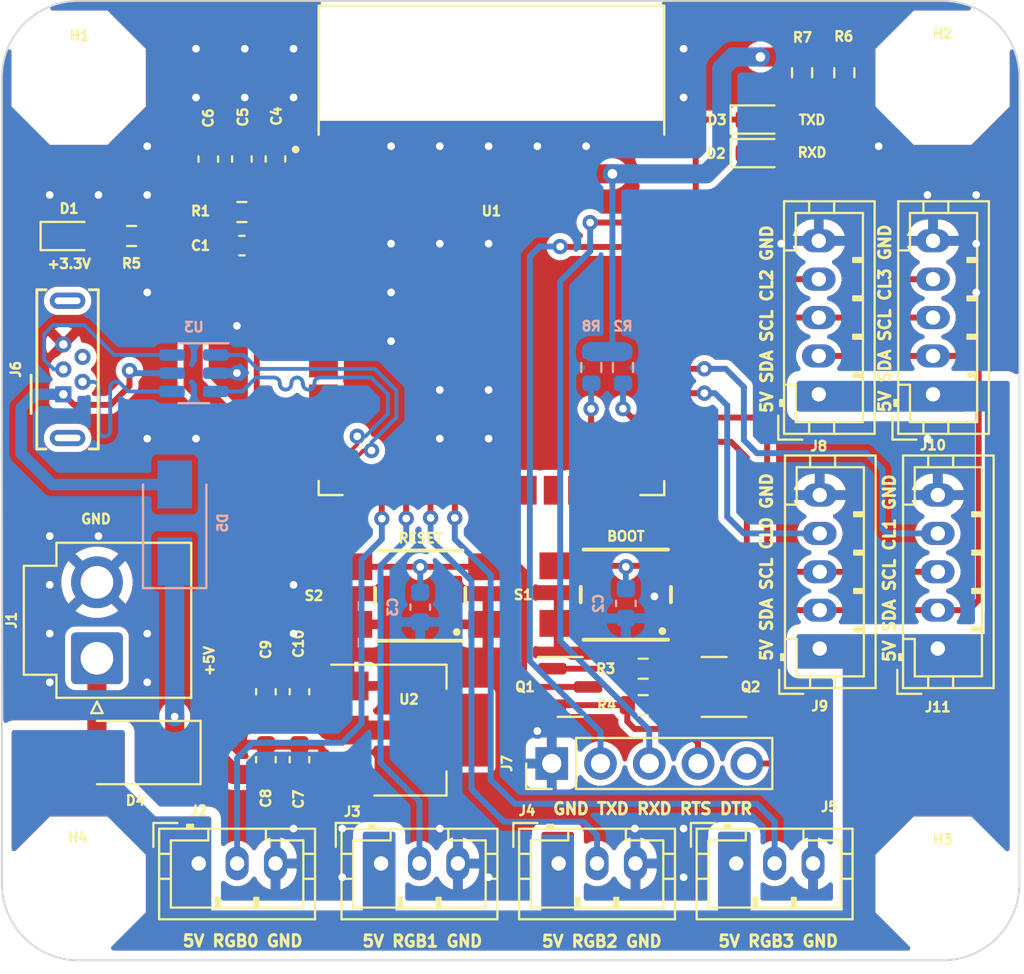
<source format=kicad_pcb>
(kicad_pcb (version 20211014) (generator pcbnew)
  (layers (0 "F.Cu" mixed) (31 "B.Cu" mixed) (34 "B.Paste" user) (35 "F.Paste" user) (36 "B.SilkS" user "B.Silkscreen") (37 "F.SilkS" user "F.Silkscreen") (38 "B.Mask" user) (39 "F.Mask" user) (44 "Edge.Cuts" user))
  (net 0 "")
  (net 1 "EN")
  (net 2 "GND")
  (net 3 "IO0")
  (net 4 "+3.3V")
  (net 5 "VBUS")
  (net 6 "Net-(D1-Pad2)")
  (net 7 "RXD")
  (net 8 "Net-(D2-Pad2)")
  (net 9 "TXD")
  (net 10 "Net-(D3-Pad2)")
  (net 11 "VCC")
  (net 12 "RGB0")
  (net 13 "D+")
  (net 14 "D-")
  (net 15 "RTS")
  (net 16 "DTR")
  (net 17 "SDA")
  (net 18 "SCL")
  (net 19 "CL0")
  (net 20 "CL1")
  (net 21 "CL2")
  (net 22 "CL3")
  (net 23 "Net-(Q1-Pad1)")
  (net 24 "Net-(Q2-Pad1)")
  (net 44 "RGB1")
  (net 45 "RGB2")
  (net 46 "RGB3")
  (net 49 "USB_D-")
  (net 50 "USB_D+")
  (net 51 "/Connector/VBUS_USB")
  (footprint "Capacitor_SMD:C_0603_1608Metric" (layer "F.Cu") (at 128.25 107.04 90)
    (fp_text reference "C8")
    (fp_text value "0.1uF")
  )
  (footprint "Connector_JST:JST_PH_B5B-PH-K_1x05_P2.00mm_Vertical" (layer "F.Cu") (at 163.25 101.25 90)
    (fp_text reference "J11")
    (fp_text value "Conn_01x05")
  )
  (footprint "Resistor_SMD:R_0603_1608Metric" (layer "F.Cu") (at 121.25 79.75 180)
    (fp_text reference "R5")
    (fp_text value "1K")
  )
  (footprint "Connector_JST:JST_PH_B5B-PH-K_1x05_P2.00mm_Vertical" (layer "F.Cu") (at 163 88 90)
    (fp_text reference "J10")
    (fp_text value "Conn_01x05")
  )
  (footprint "MountingHole:MountingHole_3.2mm_M3" (layer "F.Cu") (at 118.5 71.5)
    (fp_text reference "H1")
    (fp_text value "MountingHole")
  )
  (footprint "Capacitor_SMD:C_0603_1608Metric" (layer "F.Cu") (at 130 103.5 90)
    (fp_text reference "C10")
    (fp_text value "0.1uF")
  )
  (footprint "Package_TO_SOT_SMD:SOT-23" (layer "F.Cu") (at 144.1 103.25)
    (fp_text reference "Q1")
    (fp_text value "SI2302")
  )
  (footprint "Connector_JST:JST_PH_B3B-PH-K_1x03_P2.00mm_Vertical" (layer "F.Cu") (at 143.5 112.45)
    (fp_text reference "J4")
    (fp_text value "Conn_01x03")
  )
  (footprint "Connector_PinHeader_2.54mm:PinHeader_1x05_P2.54mm_Vertical" (layer "F.Cu") (at 143.14 107.24 90)
    (fp_text reference "J7")
    (fp_text value "Conn_01x05")
  )
  (footprint "Connector_JST:JST_PH_B5B-PH-K_1x05_P2.00mm_Vertical" (layer "F.Cu") (at 157.1 101.25 90)
    (fp_text reference "J9")
    (fp_text value "Conn_01x05")
  )
  (footprint "Diode_SMD:D_SMA" (layer "F.Cu") (at 121.45 106.67 180)
    (fp_text reference "D4")
    (fp_text value "SS34")
  )
  (footprint "Connector_JST:JST_PH_B3B-PH-K_1x03_P2.00mm_Vertical" (layer "F.Cu") (at 134.25 112.45)
    (fp_text reference "J3")
    (fp_text value "Conn_01x03")
  )
  (footprint "LED_SMD:LED_0603_1608Metric" (layer "F.Cu") (at 118 79.75)
    (fp_text reference "D1")
    (fp_text value "LED")
  )
  (footprint "Connector_JST:JST_PH_B3B-PH-K_1x03_P2.00mm_Vertical" (layer "F.Cu") (at 152.75 112.45)
    (fp_text reference "J5")
    (fp_text value "Conn_01x03")
  )
  (footprint "Capacitor_SMD:C_0603_1608Metric" (layer "F.Cu") (at 127 80.25 180)
    (fp_text reference "C1")
    (fp_text value "1uF")
  )
  (footprint "Resistor_SMD:R_0603_1608Metric" (layer "F.Cu") (at 147.9 102.3)
    (fp_text reference "R3")
    (fp_text value "10K")
  )
  (footprint "Connector_JST:JST_VH_B2P-VH-B_1x02_P3.96mm_Vertical" (layer "F.Cu") (at 119.45 101.7575 90)
    (fp_text reference "J1")
    (fp_text value "Conn_01x02")
  )
  (footprint "Connector_USB:USB_Micro-B_Wuerth_614105150721_Vertical" (layer "F.Cu") (at 117.7 88 90)
    (fp_text reference "J6")
    (fp_text value "USB_B_Micro")
  )
  (footprint "Resistor_SMD:R_0603_1608Metric" (layer "F.Cu") (at 158.38 71.24 -90)
    (fp_text reference "R6")
    (fp_text value "1K")
  )
  (footprint "Capacitor_SMD:C_0603_1608Metric" (layer "F.Cu") (at 125.25 75.74 90)
    (fp_text reference "C6")
    (fp_text value "22uF")
  )
  (footprint "LED_SMD:LED_0603_1608Metric" (layer "F.Cu") (at 153.9425 73.68)
    (fp_text reference "D3")
    (fp_text value "LED")
  )
  (footprint "ESP32-S3:ESP32S3WROOM1N8R8" (layer "F.Cu") (at 140 80.5)
    (fp_text reference "U1")
    (fp_text value "ESP32-S3-WROOM-1-N8R8")
  )
  (footprint "MountingHole:MountingHole_3.2mm_M3" (layer "F.Cu") (at 163.5 71.5)
    (fp_text reference "H2")
    (fp_text value "MountingHole")
  )
  (footprint "Resistor_SMD:R_0603_1608Metric" (layer "F.Cu") (at 127 78.5)
    (fp_text reference "R1")
    (fp_text value "10K")
  )
  (footprint "Capacitor_SMD:C_0603_1608Metric" (layer "F.Cu") (at 130 107.04 90)
    (fp_text reference "C7")
    (fp_text value "10uF")
  )
  (footprint "Resistor_SMD:R_0603_1608Metric" (layer "F.Cu") (at 156.18 71.24 -90)
    (fp_text reference "R7")
    (fp_text value "1K")
  )
  (footprint "Capacitor_SMD:C_0603_1608Metric" (layer "F.Cu") (at 128.75 75.735 90)
    (fp_text reference "C4")
    (fp_text value "0.1uF")
  )
  (footprint "Resistor_SMD:R_0603_1608Metric" (layer "F.Cu") (at 147.9 104.2 180)
    (fp_text reference "R4")
    (fp_text value "10K")
  )
  (footprint "Custom_Buttons:430181038816" (layer "F.Cu") (at 136.29 98.49 180)
    (property "VALUE" "")
    (fp_text reference "S2")
    (fp_text value "4x4mm_Switch")
  )
  (footprint "LED_SMD:LED_0603_1608Metric" (layer "F.Cu") (at 153.9425 75.43)
    (fp_text reference "D2")
    (fp_text value "LED")
  )
  (footprint "MountingHole:MountingHole_3.2mm_M3" (layer "F.Cu") (at 118.5 113.5)
    (fp_text reference "H4")
    (fp_text value "MountingHole")
  )
  (footprint "Connector_JST:JST_PH_B3B-PH-K_1x03_P2.00mm_Vertical" (layer "F.Cu") (at 124.75 112.45)
    (fp_text reference "J2")
    (fp_text value "Conn_01x03")
  )
  (footprint "Custom_Buttons:430181038816" (layer "F.Cu") (at 147 98.44 180)
    (property "VALUE" "")
    (fp_text reference "S1")
    (fp_text value "4x4mm_Switch")
  )
  (footprint "Capacitor_SMD:C_0603_1608Metric" (layer "F.Cu") (at 127 75.74 90)
    (fp_text reference "C5")
    (fp_text value "0.1uF")
  )
  (footprint "Package_TO_SOT_SMD:SOT-23" (layer "F.Cu") (at 151.6 103.25 180)
    (fp_text reference "Q2")
    (fp_text value "SI2302")
  )
  (footprint "Capacitor_SMD:C_0603_1608Metric" (layer "F.Cu") (at 128.25 103.5 90)
    (fp_text reference "C9")
    (fp_text value "10uF")
  )
  (footprint "MountingHole:MountingHole_3.2mm_M3" (layer "F.Cu") (at 163.5 113.5)
    (fp_text reference "H3")
    (fp_text value "MountingHole")
  )
  (footprint "Connector_JST:JST_PH_B5B-PH-K_1x05_P2.00mm_Vertical" (layer "F.Cu") (at 157.05 88 90)
    (fp_text reference "J8")
    (fp_text value "Conn_01x05")
  )
  (footprint "Package_TO_SOT_SMD:SOT-223-3_TabPin2" (layer "F.Cu") (at 135.75 105.5)
    (fp_text reference "U2")
    (fp_text value "AMS1117-3.3")
  )
  (footprint "Resistor_SMD:R_0603_1608Metric" (layer "B.Cu") (at 146.85 86.6 -90)
    (fp_text reference "R2")
    (fp_text value "10K")
  )
  (footprint "Package_TO_SOT_SMD:SOT-23-6" (layer "B.Cu") (at 124.5 86.9 180)
    (fp_text reference "U3")
    (fp_text value "USBLC6-2SC6")
  )
  (footprint "Capacitor_SMD:C_0603_1608Metric" (layer "B.Cu") (at 147 98.9 -90)
    (fp_text reference "C2")
    (fp_text value "0.1uF")
  )
  (footprint "Resistor_SMD:R_0603_1608Metric" (layer "B.Cu") (at 145.2 86.6 -90)
    (fp_text reference "R8")
    (fp_text value "10K")
  )
  (footprint "Capacitor_SMD:C_0603_1608Metric" (layer "B.Cu") (at 136.29 99.09 -90)
    (fp_text reference "C3")
    (fp_text value "0.1uF")
  )
  (footprint "Diode_SMD:D_SMA" (layer "B.Cu") (at 123.5 94.7 90)
    (fp_text reference "D5")
    (fp_text value "SS34")
  )
  (gr_arc (start 118.5 117.5) (mid 115.671573 116.328427) (end 114.5 113.5) (layer "Edge.Cuts") (width 0.1))
  (gr_arc (start 114.5 71.5) (mid 115.671573 68.671573) (end 118.5 67.5) (layer "Edge.Cuts") (width 0.1))
  (gr_line (start 114.5 113.5) (end 114.5 71.5) (layer "Edge.Cuts") (width 0.1))
  (gr_line (start 118.5 67.5) (end 163.5 67.5) (layer "Edge.Cuts") (width 0.1))
  (gr_arc (start 167.5 113.5) (mid 166.328427 116.328427) (end 163.5 117.5) (layer "Edge.Cuts") (width 0.1))
  (gr_line (start 167.5 71.5) (end 167.5 113.5) (layer "Edge.Cuts") (width 0.1))
  (gr_arc (start 163.5 67.5) (mid 166.328427 68.671573) (end 167.5 71.5) (layer "Edge.Cuts") (width 0.1))
  (gr_line (start 163.5 117.5) (end 118.5 117.5) (layer "Edge.Cuts") (width 0.1))
  (gr_text "GND TXD RXD RTS DTR" (at 148.4 109.6) (layer "F.SilkS") (effects (font (size 0.6 0.6))))
  (gr_text "GND" (at 119.4 94.5) (layer "F.SilkS") (effects (font (size 0.5 0.5) (thickness 0.125))))
  (gr_text "+5V" (at 125.3 101.9 90) (layer "F.SilkS") (effects (font (size 0.5 0.5) (thickness 0.125))))
  (gr_text "5V RGB2 GND" (at 145.75 116.51) (layer "F.SilkS") (effects (font (size 0.6 0.6))))
  (gr_text "5V RGB1 GND" (at 136.4 116.5) (layer "F.SilkS") (effects (font (size 0.6 0.6))))
  (gr_text "5V SDA SCL CL1 GND" (at 160.73 97.06 90) (layer "F.SilkS") (effects (font (size 0.6 0.6))))
  (gr_text "TXD" (at 156.7 73.7) (layer "F.SilkS") (effects (font (size 0.5 0.5) (thickness 0.125))))
  (gr_text "BOOT" (at 147 95.4) (layer "F.SilkS") (effects (font (size 0.5 0.5) (thickness 0.125))))
  (gr_text "5V SDA SCL CL2 GND" (at 154.34 84.08 90) (layer "F.SilkS") (effects (font (size 0.6 0.6))))
  (gr_text "5V SDA SCL CL0 GND" (at 154.33 97 90) (layer "F.SilkS") (effects (font (size 0.6 0.6))))
  (gr_text "+3.3V" (at 118 81.2) (layer "F.SilkS") (effects (font (size 0.5 0.5) (thickness 0.125))))
  (gr_text "5V RGB0 GND" (at 127.04 116.49) (layer "F.SilkS") (effects (font (size 0.6 0.6))))
  (gr_text "RESET" (at 136.3 95.5) (layer "F.SilkS") (effects (font (size 0.5 0.5) (thickness 0.125))))
  (gr_text "5V RGB3 GND" (at 154.94 116.5) (layer "F.SilkS") (effects (font (size 0.6 0.6))))
  (gr_text "RXD" (at 156.7 75.4) (layer "F.SilkS") (effects (font (size 0.5 0.5) (thickness 0.125))))
  (gr_text "5V SDA SCL CL3 GND" (at 160.49 84.04 90) (layer "F.SilkS") (effects (font (size 0.6 0.6))))
  (segment (start 141.7 97.22) (end 141.47 96.99) (width 0.31) (layer "F.Cu") (net 1))
  (segment (start 127.775 78.55) (end 127.825 78.5) (width 0.31) (layer "F.Cu") (net 1))
  (segment (start 141.47 96.99) (end 139.79 96.99) (width 0.31) (layer "F.Cu") (net 1))
  (segment (start 142.15 103.25) (end 141.7 102.8) (width 0.31) (layer "F.Cu") (net 1))
  (segment (start 132.79 96.99) (end 139.79 96.99) (width 0.31) (layer "F.Cu") (net 1))
  (segment (start 141.7 102.8) (end 141.7 97.22) (width 0.31) (layer "F.Cu") (net 1))
  (segment (start 127.775 80.25) (end 127.775 78.55) (width 0.31) (layer "F.Cu") (net 1))
  (segment (start 128.79 96.99) (end 132.79 96.99) (width 0.31) (layer "F.Cu") (net 1))
  (segment (start 129.5 77.78) (end 131.25 77.78) (width 0.31) (layer "F.Cu") (net 1))
  (segment (start 145.0375 103.25) (end 142.15 103.25) (width 0.31) (layer "F.Cu") (net 1))
  (segment (start 128.78 78.5) (end 129.5 77.78) (width 0.31) (layer "F.Cu") (net 1))
  (segment (start 127.775 95.975) (end 128.79 96.99) (width 0.31) (layer "F.Cu") (net 1))
  (segment (start 127.775 80.25) (end 127.775 95.975) (width 0.31) (layer "F.Cu") (net 1))
  (segment (start 127.825 78.5) (end 128.78 78.5) (width 0.31) (layer "F.Cu") (net 1))
  (via (at 136.29 96.99) (size 0.8) (drill 0.4) (layers "F.Cu" "B.Cu") (net 1))
  (segment (start 136.29 96.99) (end 136.29 98.315) (width 0.31) (layer "B.Cu") (net 1))
  (segment (start 126.74 84.43) (end 126.74 86.89) (width 0.31) (layer "F.Cu") (net 2))
  (via (at 124.61 72.53) (size 0.8) (drill 0.4) (layers "F.Cu" "B.Cu") (net 2))
  (via (at 139.85 80.15) (size 0.8) (drill 0.4) (layers "F.Cu" "B.Cu") (net 2))
  (via (at 116.99 97.93) (size 0.8) (drill 0.4) (layers "F.Cu" "B.Cu") (net 2))
  (via (at 122.07 77.61) (size 0.8) (drill 0.4) (layers "F.Cu" "B.Cu") (net 2))
  (via (at 126.74 86.89) (size 0.8) (drill 0.4) (layers "F.Cu" "B.Cu") (net 2))
  (via (at 147.47 110.63) (size 0.8) (drill 0.4) (layers "F.Cu" "B.Cu") (net 2))
  (via (at 139.85 90.31) (size 0.8) (drill 0.4) (layers "F.Cu" "B.Cu") (net 2))
  (via (at 144.93 75.07) (size 0.8) (drill 0.4) (layers "F.Cu" "B.Cu") (net 2))
  (via (at 116.99 77.61) (size 0.8) (drill 0.4) (layers "F.Cu" "B.Cu") (net 2))
  (via (at 150.01 69.99) (size 0.8) (drill 0.4) (layers "F.Cu" "B.Cu") (net 2))
  (via (at 165.25 82.69) (size 0.8) (drill 0.4) (layers "F.Cu" "B.Cu") (net 2))
  (via (at 162.71 90.31) (size 0.8) (drill 0.4) (layers "F.Cu" "B.Cu") (net 2))
  (via (at 126.74 84.43) (size 0.8) (drill 0.4) (layers "F.Cu" "B.Cu") (net 2))
  (via (at 122.07 75.07) (size 0.8) (drill 0.4) (layers "F.Cu" "B.Cu") (net 2))
  (via (at 116.99 100.47) (size 0.8) (drill 0.4) (layers "F.Cu" "B.Cu") (net 2))
  (via (at 165.25 77.61) (size 0.8) (drill 0.4) (layers "F.Cu" "B.Cu") (net 2))
  (via (at 116.99 95.39) (size 0.8) (drill 0.4) (layers "F.Cu" "B.Cu") (net 2))
  (via (at 127.15 72.53) (size 0.8) (drill 0.4) (layers "F.Cu" "B.Cu") (net 2))
  (via (at 137.31 90.31) (size 0.8) (drill 0.4) (layers "F.Cu" "B.Cu") (net 2))
  (via (at 148.49 98.53) (size 0.8) (drill 0.4) (layers "F.Cu" "B.Cu") (net 2))
  (via (at 116.99 103.01) (size 0.8) (drill 0.4) (layers "F.Cu" "B.Cu") (net 2))
  (via (at 132.23 110.63) (size 0.8) (drill 0.4) (layers "F.Cu" "B.Cu") (net 2))
  (via (at 122.07 90.31) (size 0.8) (drill 0.4) (layers "F.Cu" "B.Cu") (net 2))
  (via (at 119.53 77.61) (size 0.8) (drill 0.4) (layers "F.Cu" "B.Cu") (net 2))
  (via (at 137.31 80.15) (size 0.8) (drill 0.4) (layers "F.Cu" "B.Cu") (net 2))
  (via (at 132.23 113.17) (size 0.8) (drill 0.4) (layers "F.Cu" "B.Cu") (net 2))
  (via (at 139.85 113.17) (size 0.8) (drill 0.4) (layers "F.Cu" "B.Cu") (net 2))
  (via (at 129.69 110.63) (size 0.8) (drill 0.4) (layers "F.Cu" "B.Cu") (net 2))
  (via (at 119.53 95.39) (size 0.8) (drill 0.4) (layers "F.Cu" "B.Cu") (net 2))
  (via (at 137.31 75.07) (size 0.8) (drill 0.4) (layers "F.Cu" "B.Cu") (net 2))
  (via (at 124.61 90.31) (size 0.8) (drill 0.4) (layers "F.Cu" "B.Cu") (net 2))
  (via (at 134.77 85.23) (size 0.8) (drill 0.4) (layers "F.Cu" "B.Cu") (net 2))
  (via (at 139.85 75.07) (size 0.8) (drill 0.4) (layers "F.Cu" "B.Cu") (net 2))
  (via (at 129.69 69.99) (size 0.8) (drill 0.4) (layers "F.Cu" "B.Cu") (net 2))
  (via (at 162.71 77.61) (size 0.8) (drill 0.4) (layers "F.Cu" "B.Cu") (net 2))
  (via (at 124.61 69.99) (size 0.8) (drill 0.4) (layers "F.Cu" "B.Cu") (net 2))
  (via (at 150.01 110.63) (size 0.8) (drill 0.4) (layers "F.Cu" "B.Cu") (net 2))
  (via (at 160.17 75.07) (size 0.8) (drill 0.4) (layers "F.Cu" "B.Cu") (net 2))
  (via (at 142.39 75.07) (size 0.8) (drill 0.4) (layers "F.Cu" "B.Cu") (net 2))
  (via (at 155.09 80.15) (size 0.8) (drill 0.4) (layers "F.Cu" "B.Cu") (net 2))
  (via (at 150.01 72.53) (size 0.8) (drill 0.4) (layers "F.Cu" "B.Cu") (net 2))
  (via (at 122.07 100.47) (size 0.8) (drill 0.4) (layers "F.Cu" "B.Cu") (net 2))
  (via (at 165.25 80.15) (size 0.8) (drill 0.4) (layers "F.Cu" "B.Cu") (net 2))
  (via (at 134.77 82.69) (size 0.8) (drill 0.4) (layers "F.Cu" "B.Cu") (net 2))
  (via (at 137.31 87.77) (size 0.8) (drill 0.4) (layers "F.Cu" "B.Cu") (net 2))
  (via (at 142.39 105.55) (size 0.8) (drill 0.4) (layers "F.Cu" "B.Cu") (net 2))
  (via (at 127.15 69.99) (size 0.8) (drill 0.4) (layers "F.Cu" "B.Cu") (net 2))
  (via (at 134.77 75.07) (size 0.8) (drill 0.4) (layers "F.Cu" "B.Cu") (net 2))
  (via (at 129.69 72.53) (size 0.8) (drill 0.4) (layers "F.Cu" "B.Cu") (net 2))
  (via (at 129.69 97.93) (size 0.8) (drill 0.4) (layers "F.Cu" "B.Cu") (net 2))
  (via (at 137.31 110.63) (size 0.8) (drill 0.4) (layers "F.Cu" "B.Cu") (net 2))
  (via (at 150.01 113.17) (size 0.8) (drill 0.4) (layers "F.Cu" "B.Cu") (net 2))
  (via (at 122.07 103.01) (size 0.8) (drill 0.4) (layers "F.Cu" "B.Cu") (net 2))
  (via (at 134.77 80.15) (size 0.8) (drill 0.4) (layers "F.Cu" "B.Cu") (net 2))
  (via (at 139.85 87.77) (size 0.8) (drill 0.4) (layers "F.Cu" "B.Cu") (net 2))
  (via (at 129.69 100.47) (size 0.8) (drill 0.4) (layers "F.Cu" "B.Cu") (net 2))
  (via (at 122.07 82.69) (size 0.8) (drill 0.4) (layers "F.Cu" "B.Cu") (net 2))
  (segment (start 126.73 86.9) (end 126.74 86.89) (width 0.31) (layer "B.Cu") (net 2))
  (segment (start 125.6375 86.9) (end 126.73 86.9) (width 0.31) (layer "B.Cu") (net 2))
  (segment (start 150.5 94.89) (end 150.5 96.94) (width 0.31) (layer "F.Cu") (net 3))
  (segment (start 148.75 93.14) (end 150.5 94.89) (width 0.31) (layer "F.Cu") (net 3))
  (segment (start 152.4 97.3) (end 152.4 102.1625) (width 0.31) (layer "F.Cu") (net 3))
  (segment (start 148.75 91.75) (end 148.75 93.14) (width 0.31) (layer "F.Cu") (net 3))
  (segment (start 150.5 96.94) (end 152.04 96.94) (width 0.31) (layer "F.Cu") (net 3))
  (segment (start 143.5 96.94) (end 150.5 96.94) (width 0.31) (layer "F.Cu") (net 3))
  (segment (start 152.04 96.94) (end 152.4 97.3) (width 0.31) (layer "F.Cu") (net 3))
  (via (at 147 96.99) (size 0.8) (drill 0.4) (layers "F.Cu" "B.Cu") (net 3))
  (segment (start 147 96.99) (end 147 98.125) (width 0.31) (layer "B.Cu") (net 3))
  (segment (start 127.005 76.51) (end 127 76.515) (width 1) (layer "F.Cu") (net 4))
  (segment (start 128.75 76.51) (end 127.005 76.51) (width 1) (layer "F.Cu") (net 4))
  (segment (start 130.265 104.275) (end 131.49 105.5) (width 1) (layer "F.Cu") (net 4))
  (segment (start 124.17 79.75) (end 124.46 80.04) (width 1) (layer "F.Cu") (net 4))
  (segment (start 131.25 76.51) (end 128.75 76.51) (width 1) (layer "F.Cu") (net 4))
  (segment (start 124.46 79.14) (end 124.46 80.04) (width 1) (layer "F.Cu") (net 4))
  (segment (start 128.245 104.27) (end 128.25 104.275) (width 1) (layer "F.Cu") (net 4))
  (segment (start 126.175 76.725) (end 126.385 76.515) (width 1) (layer "F.Cu") (net 4))
  (segment (start 124.46 87.44) (end 126.14 89.12) (width 1) (layer "F.Cu") (net 4))
  (segment (start 126.175 78.5) (end 126.175 76.725) (width 1) (layer "F.Cu") (net 4))
  (segment (start 130 104.275) (end 130.265 104.275) (width 1) (layer "F.Cu") (net 4))
  (segment (start 124.46 80.04) (end 124.46 87.44) (width 1) (layer "F.Cu") (net 4))
  (segment (start 126.175 78.5) (end 125.1 78.5) (width 1) (layer "F.Cu") (net 4))
  (segment (start 131.25 76.51) (end 146.3 76.51) (width 1) (layer "F.Cu") (net 4))
  (segment (start 126.14 103.49) (end 126.92 104.27) (width 1) (layer "F.Cu") (net 4))
  (segment (start 156.18 70.415) (end 158.38 70.415) (width 1) (layer "F.Cu") (net 4))
  (segment (start 132.6 105.5) (end 138.9 105.5) (width 1) (layer "F.Cu") (net 4))
  (segment (start 126.92 104.27) (end 128.245 104.27) (width 1) (layer "F.Cu") (net 4))
  (segment (start 126.385 76.515) (end 125.25 76.515) (width 1) (layer "F.Cu") (net 4))
  (segment (start 131.49 105.5) (end 132.6 105.5) (width 1) (layer "F.Cu") (net 4))
  (segment (start 130 104.275) (end 128.25 104.275) (width 1) (layer "F.Cu") (net 4))
  (segment (start 126.14 89.12) (end 126.14 103.49) (width 1) (layer "F.Cu") (net 4))
  (segment (start 122.075 79.75) (end 124.17 79.75) (width 1) (layer "F.Cu") (net 4))
  (segment (start 154.01 70.42) (end 156.175 70.42) (width 1) (layer "F.Cu") (net 4))
  (segment (start 125.1 78.5) (end 124.46 79.14) (width 1) (layer "F.Cu") (net 4))
  (segment (start 156.175 70.42) (end 156.18 70.415) (width 1) (layer "F.Cu") (net 4))
  (segment (start 127 76.515) (end 126.385 76.515) (width 1) (layer "F.Cu") (net 4))
  (via (at 154.01 70.42) (size 1) (drill 0.5) (layers "F.Cu" "B.Cu") (net 4))
  (via (at 146.3 76.51) (size 1) (drill 0.5) (layers "F.Cu" "B.Cu") (net 4))
  (segment (start 146.3 76.51) (end 151.18 76.51) (width 1) (layer "B.Cu") (net 4))
  (segment (start 146.065 85.775) (end 146.3 85.54) (width 0.31) (layer "B.Cu") (net 4))
  (segment (start 152 75.69) (end 152 71.01) (width 1) (layer "B.Cu") (net 4))
  (segment (start 151.18 76.51) (end 152 75.69) (width 1) (layer "B.Cu") (net 4))
  (segment (start 146.3 85.54) (end 146.3 76.51) (width 0.31) (layer "B.Cu") (net 4))
  (segment (start 152 71.01) (end 152.59 70.42) (width 1) (layer "B.Cu") (net 4))
  (segment (start 146.065 85.775) (end 145.2 85.775) (width 1) (layer "B.Cu") (net 4))
  (segment (start 146.85 85.775) (end 146.065 85.775) (width 1) (layer "B.Cu") (net 4))
  (segment (start 152.59 70.42) (end 154.01 70.42) (width 1) (layer "B.Cu") (net 4))
  (segment (start 126.585 107.815) (end 128.25 107.815) (width 1) (layer "F.Cu") (net 5))
  (segment (start 123.45 106.67) (end 125.44 106.67) (width 1) (layer "F.Cu") (net 5))
  (segment (start 130 107.815) (end 132.585 107.815) (width 1) (layer "F.Cu") (net 5))
  (segment (start 132.585 107.815) (end 132.6 107.8) (width 1) (layer "F.Cu") (net 5))
  (segment (start 128.25 107.815) (end 130 107.815) (width 1) (layer "F.Cu") (net 5))
  (segment (start 123.5 104.8) (end 123.5 106.62) (width 1) (layer "F.Cu") (net 5))
  (segment (start 123.5 106.62) (end 123.45 106.67) (width 1) (layer "F.Cu") (net 5))
  (segment (start 125.44 106.67) (end 126.585 107.815) (width 1) (layer "F.Cu") (net 5))
  (via (at 123.5 104.8) (size 0.8) (drill 0.4) (layers "F.Cu" "B.Cu") (net 5))
  (segment (start 123.5 96.7) (end 123.5 104.8) (width 1) (layer "B.Cu") (net 5))
  (segment (start 118.7875 79.75) (end 120.425 79.75) (width 0.31) (layer "F.Cu") (net 6))
  (segment (start 150.06 79.05) (end 150.64 78.47) (width 0.31) (layer "F.Cu") (net 7))
  (segment (start 151.17 73.68) (end 153.155 73.68) (width 0.31) (layer "F.Cu") (net 7))
  (segment (start 148.75 79.05) (end 150.06 79.05) (width 0.31) (layer "F.Cu") (net 7))
  (segment (start 150.64 78.47) (end 150.64 74.21) (width 0.31) (layer "F.Cu") (net 7))
  (segment (start 148.75 79.05) (end 145.14 79.05) (width 0.31) (layer "F.Cu") (net 7))
  (segment (start 150.64 74.21) (end 151.17 73.68) (width 0.31) (layer "F.Cu") (net 7))
  (via (at 145.14 79.05) (size 0.8) (drill 0.4) (layers "F.Cu" "B.Cu") (net 7))
  (segment (start 143.58 82.11) (end 143.58 100.85) (width 0.31) (layer "B.Cu") (net 7))
  (segment (start 145.14 79.05) (end 145.14 80.55) (width 0.31) (layer "B.Cu") (net 7))
  (segment (start 148.22 105.49) (end 148.22 107.24) (width 0.31) (layer "B.Cu") (net 7))
  (segment (start 143.58 100.85) (end 148.22 105.49) (width 0.31) (layer "B.Cu") (net 7))
  (segment (start 145.14 80.55) (end 143.58 82.11) (width 0.31) (layer "B.Cu") (net 7))
  (segment (start 154.73 75.43) (end 157.37 75.43) (width 0.31) (layer "F.Cu") (net 8))
  (segment (start 157.37 75.43) (end 158.38 74.42) (width 0.31) (layer "F.Cu") (net 8))
  (segment (start 158.38 74.42) (end 158.38 72.065) (width 0.31) (layer "F.Cu") (net 8))
  (segment (start 148.75 80.32) (end 151.2 80.32) (width 0.31) (layer "F.Cu") (net 9))
  (segment (start 151.54 79.98) (end 151.54 78.53) (width 0.31) (layer "F.Cu") (net 9))
  (segment (start 143.58 80.3) (end 143.6 80.32) (width 0.31) (layer "F.Cu") (net 9))
  (segment (start 151.54 78.53) (end 153.155 76.915) (width 0.31) (layer "F.Cu") (net 9))
  (segment (start 151.2 80.32) (end 151.54 79.98) (width 0.31) (layer "F.Cu") (net 9))
  (segment (start 153.155 76.915) (end 153.155 75.43) (width 0.31) (layer "F.Cu") (net 9))
  (segment (start 143.6 80.32) (end 148.75 80.32) (width 0.31) (layer "F.Cu") (net 9))
  (via (at 143.58 80.3) (size 0.8) (drill 0.4) (layers "F.Cu" "B.Cu") (net 9))
  (segment (start 142.51 80.3) (end 142 80.81) (width 0.31) (layer "B.Cu") (net 9))
  (segment (start 145.68 105.58) (end 145.68 107.24) (width 0.31) (layer "B.Cu") (net 9))
  (segment (start 142 80.81) (end 142 101.9) (width 0.31) (layer "B.Cu") (net 9))
  (segment (start 143.58 80.3) (end 142.51 80.3) (width 0.31) (layer "B.Cu") (net 9))
  (segment (start 142 101.9) (end 145.68 105.58) (width 0.31) (layer "B.Cu") (net 9))
  (segment (start 155.81 73.68) (end 156.18 73.31) (width 0.31) (layer "F.Cu") (net 10))
  (segment (start 156.18 73.31) (end 156.18 72.065) (width 0.31) (layer "F.Cu") (net 10))
  (segment (start 154.73 73.68) (end 155.81 73.68) (width 0.31) (layer "F.Cu") (net 10))
  (segment (start 119.45 101.7575) (end 119.45 106.67) (width 1) (layer "F.Cu") (net 11))
  (segment (start 134.285 93) (end 134.285 94.475) (width 0.31) (layer "F.Cu") (net 12))
  (segment (start 134.285 94.475) (end 134.29 94.48) (width 0.31) (layer "F.Cu") (net 12))
  (via (at 134.29 94.48) (size 0.8) (drill 0.4) (layers "F.Cu" "B.Cu") (net 12))
  (segment (start 133.23 96.61) (end 133.23 105.16) (width 0.31) (layer "B.Cu") (net 12))
  (segment (start 134.29 94.48) (end 134.29 95.55) (width 0.31) (layer "B.Cu") (net 12))
  (segment (start 133.23 105.16) (end 132.23 106.16) (width 0.31) (layer "B.Cu") (net 12))
  (segment (start 127.55 106.16) (end 126.75 106.96) (width 0.31) (layer "B.Cu") (net 12))
  (segment (start 134.29 95.55) (end 133.23 96.61) (width 0.31) (layer "B.Cu") (net 12))
  (segment (start 132.23 106.16) (end 127.55 106.16) (width 0.31) (layer "B.Cu") (net 12))
  (segment (start 126.75 106.96) (end 126.75 112.45) (width 0.31) (layer "B.Cu") (net 12))
  (segment (start 117.2 86.7) (end 116.7 86.2) (width 0.2) (layer "B.Cu") (net 13))
  (segment (start 120.35 85.95) (end 123.3625 85.95) (width 0.2) (layer "B.Cu") (net 13))
  (segment (start 118.8 84.4) (end 120.35 85.95) (width 0.2) (layer "B.Cu") (net 13))
  (segment (start 117.7 86.7) (end 117.2 86.7) (width 0.2) (layer "B.Cu") (net 13))
  (segment (start 117.163101 84.4) (end 118.8 84.4) (width 0.2) (layer "B.Cu") (net 13))
  (segment (start 116.7 86.2) (end 116.7 84.863101) (width 0.2) (layer "B.Cu") (net 13))
  (segment (start 116.7 84.863101) (end 117.163101 84.4) (width 0.2) (layer "B.Cu") (net 13))
  (segment (start 119.54 87.65) (end 119.54 89.8929) (width 0.2) (layer "B.Cu") (net 14))
  (segment (start 118.7 87.35) (end 119.24 87.35) (width 0.2) (layer "B.Cu") (net 14))
  (segment (start 120.3809 87.352882) (end 120.592882 87.352882) (width 0.2) (layer "B.Cu") (net 14))
  (segment (start 120.592882 87.352882) (end 121.09 87.85) (width 0.2) (layer "B.Cu") (net 14))
  (segment (start 120.14 89.8929) (end 120.14 87.65) (width 0.2) (layer "B.Cu") (net 14))
  (segment (start 121.09 87.85) (end 123.3625 87.85) (width 0.2) (layer "B.Cu") (net 14))
  (arc (start 119.84 90.1929) (mid 120.052132 90.105032) (end 120.14 89.8929) (width 0.2) (layer "B.Cu") (net 14))
  (arc (start 120.14 87.65) (mid 120.208097 87.459682) (end 120.3809 87.352882) (width 0.2) (layer "B.Cu") (net 14))
  (arc (start 119.24 87.35) (mid 119.452132 87.437868) (end 119.54 87.65) (width 0.2) (layer "B.Cu") (net 14))
  (arc (start 119.54 89.8929) (mid 119.627868 90.105032) (end 119.84 90.1929) (width 0.2) (layer "B.Cu") (net 14))
  (segment (start 150.02 105.44) (end 150.76 106.18) (width 0.31) (layer "F.Cu") (net 15))
  (segment (start 147.075 105.055) (end 147.46 105.44) (width 0.31) (layer "F.Cu") (net 15))
  (segment (start 147.075 104.2) (end 147.075 105.055) (width 0.31) (layer "F.Cu") (net 15))
  (segment (start 147.46 105.44) (end 150.02 105.44) (width 0.31) (layer "F.Cu") (net 15))
  (segment (start 143.1625 104.2) (end 147.075 104.2) (width 0.31) (layer "F.Cu") (net 15))
  (segment (start 150.76 106.18) (end 150.76 107.24) (width 0.31) (layer "F.Cu") (net 15))
  (segment (start 155 104) (end 155 106.9) (width 0.31) (layer "F.Cu") (net 16))
  (segment (start 154.66 107.24) (end 153.3 107.24) (width 0.31) (layer "F.Cu") (net 16))
  (segment (start 150.2 102.3) (end 150.6625 102.7625) (width 0.31) (layer "F.Cu") (net 16))
  (segment (start 150.6625 103.25) (end 154.25 103.25) (width 0.31) (layer "F.Cu") (net 16))
  (segment (start 148.725 102.3) (end 150.2 102.3) (width 0.31) (layer "F.Cu") (net 16))
  (segment (start 154.25 103.25) (end 155 104) (width 0.31) (layer "F.Cu") (net 16))
  (segment (start 150.6625 102.7625) (end 150.6625 103.25) (width 0.31) (layer "F.Cu") (net 16))
  (segment (start 155 106.9) (end 154.66 107.24) (width 0.31) (layer "F.Cu") (net 16))
  (segment (start 164.8 86) (end 165.38 86.58) (width 0.31) (layer "F.Cu") (net 17))
  (segment (start 153.3 91.3) (end 152.48 90.48) (width 0.31) (layer "F.Cu") (net 17))
  (segment (start 165.38 98.73) (end 164.86 99.25) (width 0.31) (layer "F.Cu") (net 17))
  (segment (start 152.48 90.48) (end 148.75 90.48) (width 0.31) (layer "F.Cu") (net 17))
  (segment (start 154.35 99.25) (end 153.3 98.2) (width 0.31) (layer "F.Cu") (net 17))
  (segment (start 148.75 90.48) (end 146.18 90.48) (width 0.31) (layer "F.Cu") (net 17))
  (segment (start 164.86 99.25) (end 163.25 99.25) (width 0.31) (layer "F.Cu") (net 17))
  (segment (start 163 86) (end 164.8 86) (width 0.31) (layer "F.Cu") (net 17))
  (segment (start 163 86) (end 157.05 86) (width 0.31) (layer "F.Cu") (net 17))
  (segment (start 146.18 90.48) (end 145.27 89.57) (width 0.31) (layer "F.Cu") (net 17))
  (segment (start 145.19 89.49) (end 145.19 88.76) (width 0.31) (layer "F.Cu") (net 17))
  (segment (start 145.27 89.57) (end 145.19 89.49) (width 0.31) (layer "F.Cu") (net 17))
  (segment (start 157.1 99.25) (end 154.35 99.25) (width 0.31) (layer "F.Cu") (net 17))
  (segment (start 157.1 99.25) (end 163.25 99.25) (width 0.31) (layer "F.Cu") (net 17))
  (segment (start 153.3 98.2) (end 153.3 91.3) (width 0.31) (layer "F.Cu") (net 17))
  (segment (start 165.38 86.58) (end 165.38 98.73) (width 0.31) (layer "F.Cu") (net 17))
  (via (at 145.19 88.76) (size 0.8) (drill 0.4) (layers "F.Cu" "B.Cu") (net 17))
  (segment (start 145.19 88.76) (end 145.19 87.435) (width 0.31) (layer "B.Cu") (net 17))
  (segment (start 145.19 87.435) (end 145.2 87.425) (width 0.31) (layer "B.Cu") (net 17))
  (segment (start 148.75 89.21) (end 154.36 89.21) (width 0.31) (layer "F.Cu") (net 18))
  (segment (start 163 84) (end 157.05 84) (width 0.31) (layer "F.Cu") (net 18))
  (segment (start 147.31 89.21) (end 148.75 89.21) (width 0.31) (layer "F.Cu") (net 18))
  (segment (start 154.85 97.25) (end 157.1 97.25) (width 0.31) (layer "F.Cu") (net 18))
  (segment (start 146.85 88.75) (end 147.31 89.21) (width 0.31) (layer "F.Cu") (net 18))
  (segment (start 155.12 84) (end 157.05 84) (width 0.31) (layer "F.Cu") (net 18))
  (segment (start 154.36 96.76) (end 154.85 97.25) (width 0.31) (layer "F.Cu") (net 18))
  (segment (start 154.36 90.36) (end 154.36 84.76) (width 0.31) (layer "F.Cu") (net 18))
  (segment (start 154.36 90.36) (end 154.36 96.76) (width 0.31) (layer "F.Cu") (net 18))
  (segment (start 157.1 97.25) (end 163.25 97.25) (width 0.31) (layer "F.Cu") (net 18))
  (segment (start 154.36 84.76) (end 155.12 84) (width 0.31) (layer "F.Cu") (net 18))
  (via (at 146.85 88.75) (size 0.8) (drill 0.4) (layers "F.Cu" "B.Cu") (net 18))
  (segment (start 146.85 87.425) (end 146.85 88.75) (width 0.31) (layer "B.Cu") (net 18))
  (segment (start 148.75 87.94) (end 151.09 87.94) (width 0.31) (layer "F.Cu") (net 19))
  (via (at 151.09 87.94) (size 0.8) (drill 0.4) (layers "F.Cu" "B.Cu") (net 19))
  (segment (start 152.28 94.38) (end 153.15 95.25) (width 0.31) (layer "B.Cu") (net 19))
  (segment (start 151.09 87.94) (end 151.64 87.94) (width 0.31) (layer "B.Cu") (net 19))
  (segment (start 152.28 88.58) (end 152.28 94.38) (width 0.31) (layer "B.Cu") (net 19))
  (segment (start 151.64 87.94) (end 152.28 88.58) (width 0.31) (layer "B.Cu") (net 19))
  (segment (start 153.15 95.25) (end 157.1 95.25) (width 0.31) (layer "B.Cu") (net 19))
  (segment (start 148.75 86.67) (end 151.09 86.67) (width 0.31) (layer "F.Cu") (net 20))
  (via (at 151.09 86.67) (size 0.8) (drill 0.4) (layers "F.Cu" "B.Cu") (net 20))
  (segment (start 153.83 91.07) (end 159.53 91.07) (width 0.31) (layer "B.Cu") (net 20))
  (segment (start 160.61 95.25) (end 163.25 95.25) (width 0.31) (layer "B.Cu") (net 20))
  (segment (start 153.15 90.39) (end 153.83 91.07) (width 0.31) (layer "B.Cu") (net 20))
  (segment (start 152.2 86.67) (end 153.15 87.62) (width 0.31) (layer "B.Cu") (net 20))
  (segment (start 159.53 91.07) (end 160.37 91.91) (width 0.31) (layer "B.Cu") (net 20))
  (segment (start 153.15 87.62) (end 153.15 90.39) (width 0.31) (layer "B.Cu") (net 20))
  (segment (start 160.37 91.91) (end 160.37 95.01) (width 0.31) (layer "B.Cu") (net 20))
  (segment (start 151.09 86.67) (end 152.2 86.67) (width 0.31) (layer "B.Cu") (net 20))
  (segment (start 160.37 95.01) (end 160.61 95.25) (width 0.31) (layer "B.Cu") (net 20))
  (segment (start 153.23 85.4) (end 153.6 85.03) (width 0.31) (layer "F.Cu") (net 21))
  (segment (start 148.75 85.4) (end 153.23 85.4) (width 0.31) (layer "F.Cu") (net 21))
  (segment (start 153.6 85.03) (end 153.6 82.53) (width 0.31) (layer "F.Cu") (net 21))
  (segment (start 154.13 82) (end 157.05 82) (width 0.31) (layer "F.Cu") (net 21))
  (segment (start 153.6 82.53) (end 154.13 82) (width 0.31) (layer "F.Cu") (net 21))
  (segment (start 159.18 78.28) (end 159.6 78.7) (width 0.31) (layer "F.Cu") (net 22))
  (segment (start 148.75 84.13) (end 152.16 84.13) (width 0.31) (layer "F.Cu") (net 22))
  (segment (start 152.16 84.13) (end 152.75 83.54) (width 0.31) (layer "F.Cu") (net 22))
  (segment (start 159.6 78.7) (end 159.6 81.65) (width 0.31) (layer "F.Cu") (net 22))
  (segment (start 152.75 83.54) (end 152.75 78.83) (width 0.31) (layer "F.Cu") (net 22))
  (segment (start 159.6 81.65) (end 159.95 82) (width 0.31) (layer "F.Cu") (net 22))
  (segment (start 159.95 82) (end 163 82) (width 0.31) (layer "F.Cu") (net 22))
  (segment (start 153.3 78.28) (end 159.18 78.28) (width 0.31) (layer "F.Cu") (net 22))
  (segment (start 152.75 78.83) (end 153.3 78.28) (width 0.31) (layer "F.Cu") (net 22))
  (segment (start 147.075 102.3) (end 143.1625 102.3) (width 0.31) (layer "F.Cu") (net 23))
  (segment (start 148.725 104.2) (end 152.5375 104.2) (width 0.31) (layer "F.Cu") (net 24))
  (segment (start 135.555 93) (end 135.555 94.465) (width 0.31) (layer "F.Cu") (net 44))
  (segment (start 135.555 94.465) (end 135.56 94.47) (width 0.31) (layer "F.Cu") (net 44))
  (via (at 135.56 94.47) (size 0.8) (drill 0.4) (layers "F.Cu" "B.Cu") (net 44))
  (segment (start 135.56 95.59) (end 134.22 96.93) (width 0.31) (layer "B.Cu") (net 44))
  (segment (start 136.25 109.22) (end 136.25 112.45) (width 0.31) (layer "B.Cu") (net 44))
  (segment (start 135.56 94.47) (end 135.56 95.59) (width 0.31) (layer "B.Cu") (net 44))
  (segment (start 134.22 96.93) (end 134.22 107.19) (width 0.31) (layer "B.Cu") (net 44))
  (segment (start 134.22 107.19) (end 136.25 109.22) (width 0.31) (layer "B.Cu") (net 44))
  (segment (start 136.825 93) (end 136.825 94.435) (width 0.31) (layer "F.Cu") (net 45))
  (segment (start 136.825 94.435) (end 136.83 94.44) (width 0.31) (layer "F.Cu") (net 45))
  (via (at 136.83 94.44) (size 0.8) (drill 0.4) (layers "F.Cu" "B.Cu") (net 45))
  (segment (start 138.96 97.72) (end 138.96 108.58) (width 0.31) (layer "B.Cu") (net 45))
  (segment (start 140.66 110.28) (end 144.8 110.28) (width 0.31) (layer "B.Cu") (net 45))
  (segment (start 136.83 95.59) (end 138.96 97.72) (width 0.31) (layer "B.Cu") (net 45))
  (segment (start 144.8 110.28) (end 145.5 110.98) (width 0.31) (layer "B.Cu") (net 45))
  (segment (start 138.96 108.58) (end 140.66 110.28) (width 0.31) (layer "B.Cu") (net 45))
  (segment (start 145.5 110.98) (end 145.5 112.45) (width 0.31) (layer "B.Cu") (net 45))
  (segment (start 136.83 94.44) (end 136.83 95.59) (width 0.31) (layer "B.Cu") (net 45))
  (segment (start 138.095 94.435) (end 138.09 94.44) (width 0.31) (layer "F.Cu") (net 46))
  (segment (start 138.095 93) (end 138.095 94.435) (width 0.31) (layer "F.Cu") (net 46))
  (via (at 138.09 94.44) (size 0.8) (drill 0.4) (layers "F.Cu" "B.Cu") (net 46))
  (segment (start 153.82 109.34) (end 154.75 110.27) (width 0.31) (layer "B.Cu") (net 46))
  (segment (start 138.09 94.44) (end 138.09 95.55) (width 0.31) (layer "B.Cu") (net 46))
  (segment (start 141.22 109.34) (end 153.82 109.34) (width 0.31) (layer "B.Cu") (net 46))
  (segment (start 154.75 110.27) (end 154.75 112.45) (width 0.31) (layer "B.Cu") (net 46))
  (segment (start 139.96 108.08) (end 141.22 109.34) (width 0.31) (layer "B.Cu") (net 46))
  (segment (start 138.09 95.55) (end 139.96 97.42) (width 0.31) (layer "B.Cu") (net 46))
  (segment (start 139.96 97.42) (end 139.96 108.08) (width 0.31) (layer "B.Cu") (net 46))
  (segment (start 131.55 90.48) (end 131.96 90.89) (width 0.2) (layer "F.Cu") (net 49))
  (segment (start 133.008768 90.613033) (end 133.008768 90.188768) (width 0.2) (layer "F.Cu") (net 49))
  (segment (start 131.25 90.48) (end 131.55 90.48) (width 0.2) (layer "F.Cu") (net 49))
  (segment (start 132.731801 90.89) (end 133.008768 90.613033) (width 0.2) (layer "F.Cu") (net 49))
  (segment (start 131.96 90.89) (end 132.731801 90.89) (width 0.2) (layer "F.Cu") (net 49))
  (via (at 133.008768 90.188768) (size 0.8) (drill 0.4) (layers "F.Cu" "B.Cu") (net 49))
  (segment (start 130.774999 87.455316) (end 130.774999 87.425001) (width 0.2) (layer "B.Cu") (net 49))
  (segment (start 127.02 87.85) (end 127.744999 87.125001) (width 0.2) (layer "B.Cu") (net 49))
  (segment (start 127.744999 87.125001) (end 128.674999 87.125001) (width 0.2) (layer "B.Cu") (net 49))
  (segment (start 134.605 89.0168) (end 133.433033 90.188768) (width 0.2) (layer "B.Cu") (net 49))
  (segment (start 133.736801 87.125001) (end 134.605 87.9932) (width 0.2) (layer "B.Cu") (net 49))
  (segment (start 128.974999 87.425001) (end 128.974999 87.455316) (width 0.2) (layer "B.Cu") (net 49))
  (segment (start 131.074999 87.125001) (end 133.736801 87.125001) (width 0.2) (layer "B.Cu") (net 49))
  (segment (start 130.174999 87.425001) (end 130.174999 87.455316) (width 0.2) (layer "B.Cu") (net 49))
  (segment (start 133.433033 90.188768) (end 133.008768 90.188768) (width 0.2) (layer "B.Cu") (net 49))
  (segment (start 134.605 87.9932) (end 134.605 89.0168) (width 0.2) (layer "B.Cu") (net 49))
  (segment (start 125.6375 87.85) (end 127.02 87.85) (width 0.2) (layer "B.Cu") (net 49))
  (segment (start 129.574999 87.455316) (end 129.574999 87.425001) (width 0.2) (layer "B.Cu") (net 49))
  (arc (start 129.574999 87.425001) (mid 129.662867 87.212869) (end 129.874999 87.125001) (width 0.2) (layer "B.Cu") (net 49))
  (arc (start 130.474999 87.755316) (mid 130.687131 87.667448) (end 130.774999 87.455316) (width 0.2) (layer "B.Cu") (net 49))
  (arc (start 129.274999 87.755316) (mid 129.487131 87.667448) (end 129.574999 87.455316) (width 0.2) (layer "B.Cu") (net 49))
  (arc (start 130.174999 87.455316) (mid 130.262867 87.667448) (end 130.474999 87.755316) (width 0.2) (layer "B.Cu") (net 49))
  (arc (start 128.974999 87.455316) (mid 129.062867 87.667448) (end 129.274999 87.755316) (width 0.2) (layer "B.Cu") (net 49))
  (arc (start 130.774999 87.425001) (mid 130.862867 87.212869) (end 131.074999 87.125001) (width 0.2) (layer "B.Cu") (net 49))
  (arc (start 129.874999 87.125001) (mid 130.087131 87.212869) (end 130.174999 87.425001) (width 0.2) (layer "B.Cu") (net 49))
  (arc (start 128.674999 87.125001) (mid 128.887131 87.212869) (end 128.974999 87.425001) (width 0.2) (layer "B.Cu") (net 49))
  (segment (start 132.918199 91.34) (end 133.326967 90.931232) (width 0.2) (layer "F.Cu") (net 50))
  (segment (start 131.96 91.34) (end 132.918199 91.34) (width 0.2) (layer "F.Cu") (net 50))
  (segment (start 131.25 91.75) (end 131.55 91.75) (width 0.2) (layer "F.Cu") (net 50))
  (segment (start 133.326967 90.931232) (end 133.751232 90.931232) (width 0.2) (layer "F.Cu") (net 50))
  (segment (start 131.55 91.75) (end 131.96 91.34) (width 0.2) (layer "F.Cu") (net 50))
  (via (at 133.751232 90.931232) (size 0.8) (drill 0.4) (layers "F.Cu" "B.Cu") (net 50))
  (segment (start 133.923199 86.674999) (end 127.814999 86.674999) (width 0.2) (layer "B.Cu") (net 50))
  (segment (start 133.751232 90.506967) (end 135.055 89.2032) (width 0.2) (layer "B.Cu") (net 50))
  (segment (start 127.814999 86.674999) (end 127.09 85.95) (width 0.2) (layer "B.Cu") (net 50))
  (segment (start 135.055 87.8068) (end 133.923199 86.674999) (width 0.2) (layer "B.Cu") (net 50))
  (segment (start 127.09 85.95) (end 125.6375 85.95) (width 0.2) (layer "B.Cu") (net 50))
  (segment (start 135.055 89.2032) (end 135.055 87.8068) (width 0.2) (layer "B.Cu") (net 50))
  (segment (start 133.751232 90.931232) (end 133.751232 90.506967) (width 0.2) (layer "B.Cu") (net 50))
  (segment (start 121.145514 87.564486) (end 120.16 88.55) (width 0.31) (layer "F.Cu") (net 51))
  (segment (start 120.16 88.55) (end 118.25 88.55) (width 0.31) (layer "F.Cu") (net 51))
  (segment (start 118.25 88.55) (end 117.7 88) (width 0.31) (layer "F.Cu") (net 51))
  (segment (start 121.145514 86.761368) (end 121.145514 87.564486) (width 0.31) (layer "F.Cu") (net 51))
  (via (at 121.145514 86.761368) (size 0.8) (drill 0.4) (layers "F.Cu" "B.Cu") (net 51))
  (segment (start 123.5 92.7) (end 117.12 92.7) (width 0.6) (layer "B.Cu") (net 51))
  (segment (start 116.21 88) (end 117.7 88) (width 0.6) (layer "B.Cu") (net 51))
  (segment (start 117.12 92.7) (end 115.5 91.08) (width 0.6) (layer "B.Cu") (net 51))
  (segment (start 115.5 88.71) (end 116.21 88) (width 0.6) (layer "B.Cu") (net 51))
  (segment (start 123.3625 86.9) (end 121.284146 86.9) (width 0.31) (layer "B.Cu") (net 51))
  (segment (start 115.5 91.08) (end 115.5 88.71) (width 0.6) (layer "B.Cu") (net 51))
  (segment (start 121.284146 86.9) (end 121.145514 86.761368) (width 0.31) (layer "B.Cu") (net 51))
  (zone (net 2) (net_name "GND") (layers F&B.Cu) (connect_pads (clearance 0)) (min_thickness 0.254) (fill yes (thermal_gap 0.508) (thermal_bridge_width 0.508))
    (polygon (pts (xy 167.4 117.51) (xy 114.6 117.5) (xy 114.5 67.5) (xy 167.5 67.5)))
  )
  (zone (net 0) (net_name "") (layers F&B.Cu) (connect_pads yes (clearance 0)) (min_thickness 0.254)
    (keepout (tracks not_allowed) (vias not_allowed) (pads allowed) (copperpour not_allowed) (footprints allowed))
    (fill (thermal_gap 0.508) (thermal_bridge_width 0.508))
    (polygon (pts (xy 167 112) (xy 167 115) (xy 165 117) (xy 162 117) (xy 160 115) (xy 160 112) (xy 162 110) (xy 165 110)))
  )
  (zone (net 11) (net_name "VCC") (layers F&B.Cu) (priority 1) (connect_pads yes (clearance 0.508)) (min_thickness 0.254) (fill yes (thermal_gap 0.508) (thermal_bridge_width 0.508))
    (polygon (pts (xy 167.500002 117.6) (xy 114.500009 117.600834) (xy 114.400007 105.500834) (xy 120.9 105.5) (xy 120.9 108.4) (xy 122.5 110) (xy 125.4 110) (xy 125.4 114.9) (xy 133.3 114.9) (xy 133.3 110.8) (xy 135 110.8) (xy 135 114.9) (xy 142.6 114.9) (xy 142.6 110.8) (xy 144.3 110.8) (xy 144.3 114.9) (xy 151.8 114.9) (xy 151.8 110.8) (xy 153.5 110.8) (xy 153.5 114.9) (xy 158.3 114.9) (xy 158.3 102.3) (xy 155.9 102.3) (xy 155.9 100.5) (xy 165.7 100.5) (xy 165.7 88.9) (xy 155.9 88.9) (xy 155.9 87.3) (xy 167.5 87.3)))
  )
  (zone (net 0) (net_name "") (layers F&B.Cu) (connect_pads yes (clearance 0)) (min_thickness 0.254)
    (keepout (tracks not_allowed) (vias not_allowed) (pads allowed) (copperpour not_allowed) (footprints allowed))
    (fill (thermal_gap 0.508) (thermal_bridge_width 0.508))
    (polygon (pts (xy 122 112) (xy 122 115) (xy 120 117) (xy 117 117) (xy 115 115) (xy 115 112) (xy 117 110) (xy 120 110)))
  )
  (zone (net 0) (net_name "") (layers F&B.Cu) (connect_pads yes (clearance 0)) (min_thickness 0.254)
    (keepout (tracks not_allowed) (vias not_allowed) (pads allowed) (copperpour not_allowed) (footprints allowed))
    (fill (thermal_gap 0.508) (thermal_bridge_width 0.508))
    (polygon (pts (xy 122 70) (xy 122 73) (xy 120 75) (xy 117 75) (xy 115 73) (xy 115 70) (xy 117 68) (xy 120 68)))
  )
  (zone (net 0) (net_name "") (layers F&B.Cu) (connect_pads yes (clearance 0)) (min_thickness 0.254)
    (keepout (tracks not_allowed) (vias not_allowed) (pads allowed) (copperpour not_allowed) (footprints allowed))
    (fill (thermal_gap 0.508) (thermal_bridge_width 0.508))
    (polygon (pts (xy 167 70) (xy 167 73) (xy 165 75) (xy 162 75) (xy 160 73) (xy 160 70) (xy 162 68) (xy 165 68)))
  )
)
</source>
